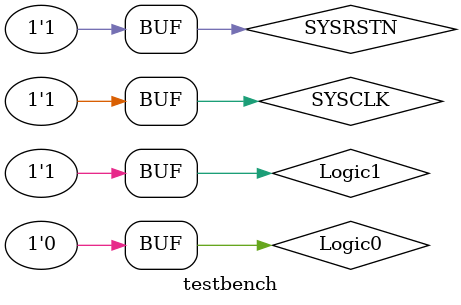
<source format=v>
`timescale 1ns/1ns
module testbench();

localparam APB_DWIDTH = 32;

reg  SYSCLK;      
reg  SYSRSTN;     
wire PCLK;        
wire PRESETN;     
wire [31:0] PADDR;      
wire PENABLE;     
wire PWRITE;      
wire [APB_DWIDTH-1:0] PWDATA;     
wire [APB_DWIDTH-1:0] PRDATA;     
wire [APB_DWIDTH-1:0] PRDATA_0;     
wire [APB_DWIDTH-1:0] PRDATA_1;     
wire [15:0] PSEL;
         
wire [255:0] INTERRUPT;   
wire [31:0]  GP_OUT;      
wire [31:0]  GP_IN;       
wire FINISHED;  
wire FAILED;

wire Logic0 = 1'b0;
wire Logic1 = 1'b1;    


// ********************************************************************************
// Clocks and Reset


initial
 begin
  SYSRSTN <= 1'b0;
  #100;
  SYSRSTN <= 1'b1;
 end

// Clock is 100MHz
always
 begin
   SYSCLK <= 1'b0;
   #5;
   SYSCLK <= 1'b1;
   #5;
 end
 
   
// ********************************************************************************
// APB Master  

BFM_APB  #(.VECTFILE     ("user_tb.vec") )
     UBFM (.SYSCLK       (SYSCLK), 
           .SYSRSTN      (SYSRSTN), 
           .PCLK         (PCLK), 
           .PRESETN      (PRESETN), 
           .PADDR        (PADDR), 
           .PENABLE      (PENABLE), 
           .PWRITE       (PWRITE), 
           .PWDATA       (PWDATA), 
           .PRDATA       (PRDATA), 
           .PREADY       (Logic1), 
           .PSLVERR      (Logic0), 
           .PSEL         (PSEL), 
           .INTERRUPT    (INTERRUPT),
           .GP_OUT       (GP_OUT), 
           .GP_IN        (GP_IN), 
           .EXT_WR       (), 
           .EXT_RD       (), 
           .EXT_ADDR     (), 
           .EXT_DATA     (), 
           .EXT_WAIT     (Logic0), 
           .CON_ADDR     (), 
           .CON_DATA     (), 
           .CON_RD       (Logic0), 
           .CON_WR       (Logic0), 
           .CON_BUSY     (), 
           .FINISHED     (FINISHED), 
           .FAILED       (FAILED)
        );                       
                   
assign PRDATA = ( PSEL[1] ? PRDATA_1 : PRDATA_0) ;                   
                         
                         
/* #############################################################################
                         
SPIINT      Output interrupt 
SPISDO      Output serial data out (generated by SPI as master)
SPISS[7:0]  Output slave select (generated by SPI as master)
SPISCLKO    Output shift clock out (generated by SPI as master)
SPISDI      Input  shift data in (master or slave)
SPIRXAVAIL  Output request for data to be read - rx data available
SPITXRFM    Output indicates transmit done - ready for more
SPISSI      Input  slave select (when SPI in slave mode)
SPIOEN      Output output enable (when de-asserted output pad for SPISDO tri-stated). This is active when the SPI is writing output data and deactivated when there is not data to write. This signal is active high.
SPIMode     Output mode:  (when 1,  SPI is master, when 0, SPI is slave)

*/

// ********************************************************************************
// SPI Core - Master    

wire [7:0] M_SPISS;

CORESPI # (
  .FAMILY              (25),
  .APB_DWIDTH          (APB_DWIDTH),
  .CFG_FRAME_SIZE      (32),
  .CFG_FIFO_DEPTH      (4),
  .CFG_CLK             (3),
  .CFG_MODE            (0),
  .CFG_MOT_MODE        (0),
  .CFG_MOT_SSEL        (0),
  .CFG_TI_NSC_CUSTOM   (0),
  .CFG_TI_NSC_FRC      (0),
  .CFG_TI_JMB_FRAMES   (0),
  .CFG_NSC_OPERATION   (0)
)USPIM ( //.TESTMODE   (1'b0),
                  .PCLK       (PCLK),   
                  .PRESETN    (PRESETN),
                  .PADDR      (PADDR[6:0]),  
                  .PSEL       (PSEL[0]),   
                  .PENABLE    (PENABLE),
                  .PWRITE     (PWRITE), 
                  .PWDATA     (PWDATA), 
                  .PRDATA     (PRDATA_0),

                  .SPISSI     (), 
                  .SPISDI     (S_SPISDO), 
                  .SPICLKI    (),
                  .SPISS      (M_SPISS),  
                  .SPISCLKO   (M_SPISCLKO),  
                  .SPIOEN     (M_SPIOEN),    
                  .SPISDO     (M_SPISDO),    

                  .SPIINT     (GP_IN[0]), 
                  .SPIRXAVAIL (),
                  .SPITXRFM   (),  
                  .SPIMODE    (),
                  .PREADY     (),
                  .PSLVERR    ()

                  );

// ********************************************************************************
// SPI Core - Slave  

wire [7:0] S_SPISS;


CORESPI # (
  .FAMILY              (25),
  .APB_DWIDTH          (APB_DWIDTH),
  .CFG_FRAME_SIZE      (32),
  .CFG_FIFO_DEPTH      (4),
  .CFG_CLK             (3),
  .CFG_MODE            (0),
  .CFG_MOT_MODE        (0),
  .CFG_MOT_SSEL        (0),
  .CFG_TI_NSC_CUSTOM   (0),
  .CFG_TI_NSC_FRC      (0),
  .CFG_TI_JMB_FRAMES   (0),
  .CFG_NSC_OPERATION   (0)
)  USPIS ( //.TESTMODE   (1'b0),
                  .PCLK       (PCLK),   
                  .PRESETN    (PRESETN),
                  .PADDR      (PADDR[6:0]),  
                  .PSEL       (PSEL[1]),   
                  .PENABLE    (PENABLE),
                  .PWRITE     (PWRITE), 
                  .PWDATA     (PWDATA), 
                  .PRDATA    (PRDATA_1),

                  .SPISSI     (M_SPISS[0]), 
                  .SPISDI     (M_SPISDO), 
                  .SPICLKI    (M_SPISCLKO),
                  .SPISS      (),  
                  .SPISCLKO   (),  
                  .SPIOEN     (),    
                  .SPISDO     (S_SPISDO),    

                  .SPIINT     (GP_IN[1]), 
                  .SPIRXAVAIL (),
                  .SPITXRFM   (),  
                  .SPIMODE    (),
                  .PREADY     (),
                  .PSLVERR    ()
                  );
endmodule

</source>
